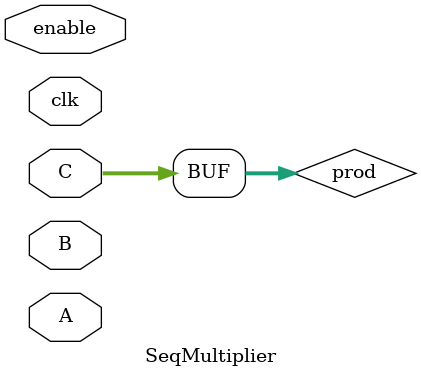
<source format=v>
module SeqMultiplier(
    input wire clk,
    input wire enable,
    input wire [7:0] A,
    input wire [7:0] B,
    input wire [15:0] C
);

    //Internal Signles
    wire shift, clk, enable;
    reg [3:0] counter;
    reg [7:0] mult;
    reg [15:0] prod;

    assign shift = |(counter^7);
    assign C = prod;

    always @(posedge clk) begin
        if(!enable) begin
            mult <= B;
            prod <= 0;
            counter <= 0;
        end else begin
            prod <= (prod + (A & {8{mult[7]}})) << shift;
            mult <= mult << 1;
            counter <= counter+shift;
        end
    end
endmodule


</source>
